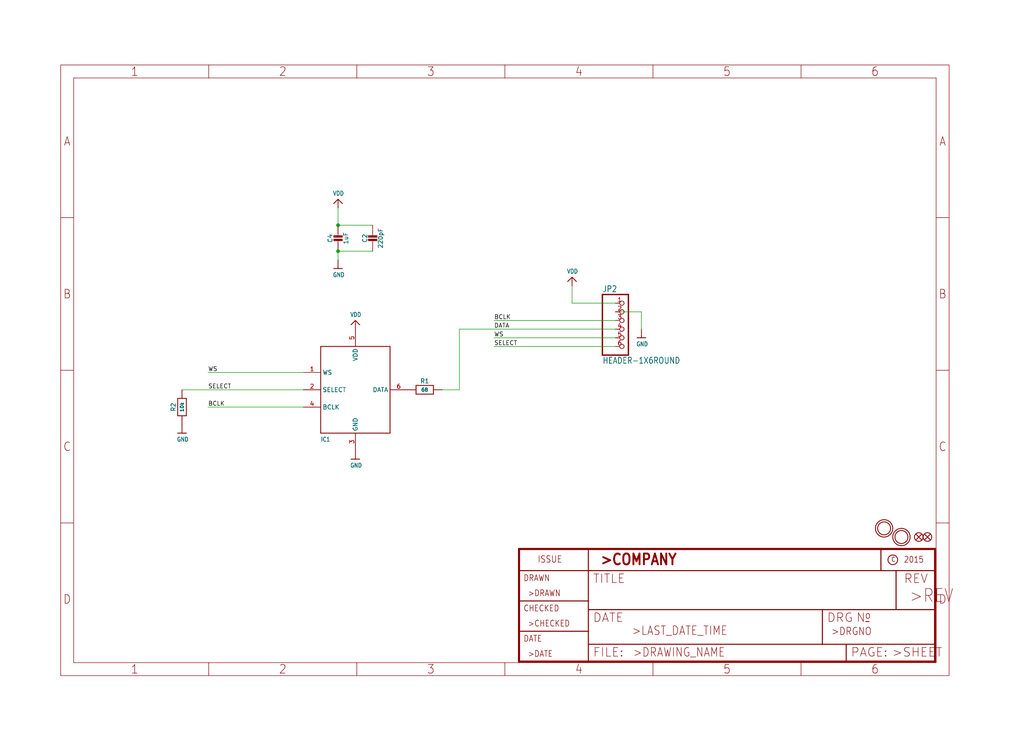
<source format=kicad_sch>
(kicad_sch (version 20211123) (generator eeschema)
  (paper "User" 300.076 217.881)
  (lib_symbols
    (symbol "eagleSchem-eagle-import:CAP_CERAMIC0805-NOOUTLINE"
      (property "Reference" "C" (at -2.29 1.25 90))
      (property "Value" "CAP_CERAMIC0805-NOOUTLINE" (at 2.3 1.25 90))
      (symbol "CAP_CERAMIC0805-NOOUTLINE_1_0"
        (rectangle (start -1.27 0.508) (end 1.27 1.016) (fill (type outline)))
        (rectangle (start -1.27 1.524) (end 1.27 2.032) (fill (type outline)))
        (polyline (pts (xy 0 0.762) (xy 0 0)) (stroke (width 0.1524)))
        (polyline (pts (xy 0 2.54) (xy 0 1.778)) (stroke (width 0.1524)))
        (pin passive line (at 0 5.08 270) (length 2.54) (name "1") (number "1"))
        (pin passive line (at 0 -2.54 90) (length 2.54) (name "2") (number "2"))
      )
    )
    (symbol "eagleSchem-eagle-import:FIDUCIAL_1MM"
      (symbol "FIDUCIAL_1MM_1_0"
        (polyline (pts (xy -0.762 0.762) (xy 0.762 -0.762)) (stroke (width 0.254)))
        (polyline (pts (xy 0.762 0.762) (xy -0.762 -0.762)) (stroke (width 0.254)))
        (circle (center 0 0) (radius 1.27) (stroke (width 0.254)))
      )
    )
    (symbol "eagleSchem-eagle-import:FRAME_A4"
      (symbol "FRAME_A4_1_0"
        (polyline (pts (xy 0 44.7675) (xy 3.81 44.7675)))
        (polyline (pts (xy 0 89.535) (xy 3.81 89.535)))
        (polyline (pts (xy 0 134.3025) (xy 3.81 134.3025)))
        (polyline (pts (xy 3.81 3.81) (xy 3.81 175.26)))
        (polyline (pts (xy 43.3917 0) (xy 43.3917 3.81)))
        (polyline (pts (xy 43.3917 175.26) (xy 43.3917 179.07)))
        (polyline (pts (xy 86.7833 0) (xy 86.7833 3.81)))
        (polyline (pts (xy 86.7833 175.26) (xy 86.7833 179.07)))
        (polyline (pts (xy 130.175 0) (xy 130.175 3.81)))
        (polyline (pts (xy 130.175 175.26) (xy 130.175 179.07)))
        (polyline (pts (xy 173.5667 0) (xy 173.5667 3.81)))
        (polyline (pts (xy 173.5667 175.26) (xy 173.5667 179.07)))
        (polyline (pts (xy 216.9583 0) (xy 216.9583 3.81)))
        (polyline (pts (xy 216.9583 175.26) (xy 216.9583 179.07)))
        (polyline (pts (xy 256.54 3.81) (xy 3.81 3.81)))
        (polyline (pts (xy 256.54 3.81) (xy 256.54 8.89)) (stroke (width 0.1016)))
        (polyline (pts (xy 256.54 3.81) (xy 256.54 175.26)))
        (polyline (pts (xy 256.54 8.89) (xy 256.54 13.97)) (stroke (width 0.1016)))
        (polyline (pts (xy 256.54 13.97) (xy 256.54 19.05)) (stroke (width 0.1016)))
        (polyline (pts (xy 256.54 19.05) (xy 256.54 36.83)) (stroke (width 0.1016)))
        (polyline (pts (xy 256.54 44.7675) (xy 260.35 44.7675)))
        (polyline (pts (xy 256.54 89.535) (xy 260.35 89.535)))
        (polyline (pts (xy 256.54 134.3025) (xy 260.35 134.3025)))
        (polyline (pts (xy 256.54 175.26) (xy 3.81 175.26)))
        (polyline (pts (xy 0 0) (xy 260.35 0) (xy 260.35 179.07) (xy 0 179.07) (xy 0 0)))
        (text "1" (at 21.6958 1.905 0) (effects (font (size 2.54 2.286))))
        (text "1" (at 21.6958 177.165 0) (effects (font (size 2.54 2.286))))
        (text "2" (at 65.0875 1.905 0) (effects (font (size 2.54 2.286))))
        (text "2" (at 65.0875 177.165 0) (effects (font (size 2.54 2.286))))
        (text "3" (at 108.4792 1.905 0) (effects (font (size 2.54 2.286))))
        (text "3" (at 108.4792 177.165 0) (effects (font (size 2.54 2.286))))
        (text "4" (at 151.8708 1.905 0) (effects (font (size 2.54 2.286))))
        (text "4" (at 151.8708 177.165 0) (effects (font (size 2.54 2.286))))
        (text "5" (at 195.2625 1.905 0) (effects (font (size 2.54 2.286))))
        (text "5" (at 195.2625 177.165 0) (effects (font (size 2.54 2.286))))
        (text "6" (at 238.6542 1.905 0) (effects (font (size 2.54 2.286))))
        (text "6" (at 238.6542 177.165 0) (effects (font (size 2.54 2.286))))
        (text "A" (at 1.905 156.6863 0) (effects (font (size 2.54 2.286))))
        (text "A" (at 258.445 156.6863 0) (effects (font (size 2.54 2.286))))
        (text "B" (at 1.905 111.9188 0) (effects (font (size 2.54 2.286))))
        (text "B" (at 258.445 111.9188 0) (effects (font (size 2.54 2.286))))
        (text "C" (at 1.905 67.1513 0) (effects (font (size 2.54 2.286))))
        (text "C" (at 258.445 67.1513 0) (effects (font (size 2.54 2.286))))
        (text "D" (at 1.905 22.3838 0) (effects (font (size 2.54 2.286))))
        (text "D" (at 258.445 22.3838 0) (effects (font (size 2.54 2.286))))
      )
      (symbol "FRAME_A4_2_0"
        (polyline (pts (xy -0.3048 1.5748) (xy 20.0152 1.5748)) (stroke (width 0.6096)))
        (polyline (pts (xy -0.3048 10.4648) (xy -0.3048 1.5748)) (stroke (width 0.6096)))
        (polyline (pts (xy -0.3048 10.4648) (xy 20.0152 10.4648)) (stroke (width 0.3048)))
        (polyline (pts (xy -0.3048 19.3548) (xy -0.3048 10.4648)) (stroke (width 0.6096)))
        (polyline (pts (xy -0.3048 19.3548) (xy 20.0152 19.3548)) (stroke (width 0.3048)))
        (polyline (pts (xy -0.3048 28.2448) (xy -0.3048 19.3548)) (stroke (width 0.6096)))
        (polyline (pts (xy -0.3048 28.2448) (xy 20.0152 28.2448)) (stroke (width 0.3048)))
        (polyline (pts (xy -0.3048 34.5948) (xy -0.3048 28.2448)) (stroke (width 0.6096)))
        (polyline (pts (xy 20.0152 1.5748) (xy 20.0152 6.6548)) (stroke (width 0.3048)))
        (polyline (pts (xy 20.0152 1.5748) (xy 95.5802 1.5748)) (stroke (width 0.6096)))
        (polyline (pts (xy 20.0152 6.6548) (xy 20.0152 10.4648)) (stroke (width 0.3048)))
        (polyline (pts (xy 20.0152 6.6548) (xy 88.5952 6.6548)) (stroke (width 0.3048)))
        (polyline (pts (xy 20.0152 10.4648) (xy 20.0152 16.8148)) (stroke (width 0.3048)))
        (polyline (pts (xy 20.0152 16.8148) (xy 20.0152 19.3548)) (stroke (width 0.3048)))
        (polyline (pts (xy 20.0152 19.3548) (xy 20.0152 28.2448)) (stroke (width 0.3048)))
        (polyline (pts (xy 20.0152 28.2448) (xy 20.0152 34.5948)) (stroke (width 0.3048)))
        (polyline (pts (xy 20.0152 28.2448) (xy 105.7402 28.2448)) (stroke (width 0.3048)))
        (polyline (pts (xy 20.0152 34.5948) (xy -0.3048 34.5948)) (stroke (width 0.6096)))
        (polyline (pts (xy 88.5952 6.6548) (xy 95.5802 6.6548)) (stroke (width 0.3048)))
        (polyline (pts (xy 88.5952 16.8148) (xy 20.0152 16.8148)) (stroke (width 0.3048)))
        (polyline (pts (xy 88.5952 16.8148) (xy 88.5952 6.6548)) (stroke (width 0.3048)))
        (polyline (pts (xy 95.5802 1.5748) (xy 121.6152 1.5748)) (stroke (width 0.6096)))
        (polyline (pts (xy 95.5802 6.6548) (xy 95.5802 1.5748)) (stroke (width 0.3048)))
        (polyline (pts (xy 95.5802 6.6548) (xy 121.6152 6.6548)) (stroke (width 0.3048)))
        (polyline (pts (xy 101.2952 13.3223) (xy 102.2477 13.3223)) (stroke (width 0.254)))
        (polyline (pts (xy 105.7402 28.2448) (xy 105.7402 34.5948)) (stroke (width 0.3048)))
        (polyline (pts (xy 105.7402 28.2448) (xy 110.1852 28.2448)) (stroke (width 0.3048)))
        (polyline (pts (xy 105.7402 34.5948) (xy 20.0152 34.5948)) (stroke (width 0.6096)))
        (polyline (pts (xy 110.1852 16.8148) (xy 88.5952 16.8148)) (stroke (width 0.3048)))
        (polyline (pts (xy 110.1852 28.2448) (xy 110.1852 16.8148)) (stroke (width 0.3048)))
        (polyline (pts (xy 110.1852 28.2448) (xy 121.6152 28.2448)) (stroke (width 0.3048)))
        (polyline (pts (xy 121.6152 6.6548) (xy 121.6152 1.5748)) (stroke (width 0.6096)))
        (polyline (pts (xy 121.6152 16.8148) (xy 110.1852 16.8148)) (stroke (width 0.3048)))
        (polyline (pts (xy 121.6152 16.8148) (xy 121.6152 6.6548)) (stroke (width 0.6096)))
        (polyline (pts (xy 121.6152 28.2448) (xy 121.6152 16.8148)) (stroke (width 0.6096)))
        (polyline (pts (xy 121.6152 34.5948) (xy 105.7402 34.5948)) (stroke (width 0.6096)))
        (polyline (pts (xy 121.6152 34.5948) (xy 121.6152 28.2448)) (stroke (width 0.6096)))
        (circle (center 109.2327 31.4198) (radius 1.4199) (stroke (width 0.254)))
        (text "2015" (at 112.4077 30.4673 0) (effects (font (size 1.778 1.5113)) (justify left bottom)))
        (text ">CHECKED" (at 2.2352 11.7348 0) (effects (font (size 1.778 1.5113)) (justify left bottom)))
        (text ">COMPANY" (at 23.349 29.6735 0) (effects (font (size 3.175 2.6987) (thickness 0.5397) bold) (justify left bottom)))
        (text ">DATE" (at 2.2352 2.8448 0) (effects (font (size 1.778 1.5113)) (justify left bottom)))
        (text ">DRAWING_NAME" (at 33.0327 2.8448 0) (effects (font (size 2.54 2.159)) (justify left bottom)))
        (text ">DRAWN" (at 2.2352 20.6248 0) (effects (font (size 1.778 1.5113)) (justify left bottom)))
        (text ">DRGNO" (at 91.1352 9.1948 0) (effects (font (size 2.1844 1.8567)) (justify left bottom)))
        (text ">LAST_DATE_TIME" (at 32.7152 9.1948 0) (effects (font (size 2.54 2.159)) (justify left bottom)))
        (text ">REV" (at 113.9952 18.7198 0) (effects (font (size 3.81 3.2385)) (justify left bottom)))
        (text ">SHEET" (at 108.9152 2.8448 0) (effects (font (size 2.54 2.54)) (justify left bottom)))
        (text "C" (at 108.7564 30.7848 0) (effects (font (size 1.27 1.0795)) (justify left bottom)))
        (text "CHECKED" (at 0.9652 16.1798 0) (effects (font (size 1.778 1.5113)) (justify left bottom)))
        (text "DATE" (at 0.9652 7.2898 0) (effects (font (size 1.778 1.5113)) (justify left bottom)))
        (text "DATE" (at 21.2852 13.0048 0) (effects (font (size 2.54 2.54)) (justify left bottom)))
        (text "DRAWN" (at 0.9652 25.0698 0) (effects (font (size 1.778 1.5113)) (justify left bottom)))
        (text "DRG" (at 89.8652 13.0048 0) (effects (font (size 2.54 2.54)) (justify left bottom)))
        (text "FILE:" (at 21.2852 2.8448 0) (effects (font (size 2.54 2.54)) (justify left bottom)))
        (text "ISSUE" (at 5.0927 30.4673 0) (effects (font (size 1.9304 1.6408)) (justify left bottom)))
        (text "N" (at 98.4377 13.0048 0) (effects (font (size 2.54 2.54)) (justify left bottom)))
        (text "o" (at 100.9777 13.9573 0) (effects (font (size 2.1844 1.8567)) (justify left bottom)))
        (text "PAGE:" (at 96.8502 2.8448 0) (effects (font (size 2.54 2.54)) (justify left bottom)))
        (text "REV" (at 112.4077 24.4348 0) (effects (font (size 2.54 2.54)) (justify left bottom)))
        (text "TITLE" (at 21.2852 24.4348 0) (effects (font (size 2.54 2.54)) (justify left bottom)))
      )
    )
    (symbol "eagleSchem-eagle-import:GND" (power)
      (property "Value" "GND" (at -1.524 -2.54 0))
      (symbol "GND_1_0"
        (polyline (pts (xy -1.27 0) (xy 1.27 0)) (stroke (width 0.254)))
        (pin power_in line (at 0 2.54 270) (length 2.54) (name "GND") (number "1"))
      )
    )
    (symbol "eagleSchem-eagle-import:HEADER-1X6ROUND"
      (property "Reference" "JP" (at -6.35 10.795 0))
      (property "Value" "HEADER-1X6ROUND" (at -6.35 -10.16 0))
      (symbol "HEADER-1X6ROUND_1_0"
        (polyline (pts (xy -6.35 -7.62) (xy 1.27 -7.62)) (stroke (width 0.4064)))
        (polyline (pts (xy -6.35 10.16) (xy -6.35 -7.62)) (stroke (width 0.4064)))
        (polyline (pts (xy 1.27 -7.62) (xy 1.27 10.16)) (stroke (width 0.4064)))
        (polyline (pts (xy 1.27 10.16) (xy -6.35 10.16)) (stroke (width 0.4064)))
        (pin passive inverted (at -2.54 7.62 0) (length 2.54) (name "1") (number "1"))
        (pin passive inverted (at -2.54 5.08 0) (length 2.54) (name "2") (number "2"))
        (pin passive inverted (at -2.54 2.54 0) (length 2.54) (name "3") (number "3"))
        (pin passive inverted (at -2.54 0 0) (length 2.54) (name "4") (number "4"))
        (pin passive inverted (at -2.54 -2.54 0) (length 2.54) (name "5") (number "5"))
        (pin passive inverted (at -2.54 -5.08 0) (length 2.54) (name "6") (number "6"))
      )
    )
    (symbol "eagleSchem-eagle-import:MIC_I2S_SPH0645"
      (property "Reference" "IC" (at -10.16 -15.24 0))
      (symbol "MIC_I2S_SPH0645_1_0"
        (polyline (pts (xy -10.16 -12.7) (xy -10.16 12.7)) (stroke (width 0.254)))
        (polyline (pts (xy -10.16 12.7) (xy 10.16 12.7)) (stroke (width 0.254)))
        (polyline (pts (xy 10.16 -12.7) (xy -10.16 -12.7)) (stroke (width 0.254)))
        (polyline (pts (xy 10.16 12.7) (xy 10.16 -12.7)) (stroke (width 0.254)))
        (pin input line (at -15.24 5.08 0) (length 5.08) (name "WS") (number "1"))
        (pin input line (at -15.24 0 0) (length 5.08) (name "SELECT") (number "2"))
        (pin power_in line (at 0 -17.78 90) (length 5.08) (name "GND") (number "3"))
        (pin input line (at -15.24 -5.08 0) (length 5.08) (name "BCLK") (number "4"))
        (pin power_in line (at 0 17.78 270) (length 5.08) (name "VDD") (number "5"))
        (pin output line (at 15.24 0 180) (length 5.08) (name "DATA") (number "6"))
      )
    )
    (symbol "eagleSchem-eagle-import:MOUNTINGHOLE2.5"
      (symbol "MOUNTINGHOLE2.5_1_0"
        (circle (center 0 0) (radius 1.905) (stroke (width 0.254)))
        (circle (center 0 0) (radius 2.54) (stroke (width 0.254)))
      )
    )
    (symbol "eagleSchem-eagle-import:RESISTOR_0603_NOOUT"
      (property "Reference" "R" (at 0 2.54 0))
      (property "Value" "RESISTOR_0603_NOOUT" (at 0 0 0))
      (symbol "RESISTOR_0603_NOOUT_1_0"
        (polyline (pts (xy -2.54 -1.27) (xy -2.54 1.27)) (stroke (width 0.254)))
        (polyline (pts (xy -2.54 1.27) (xy 2.54 1.27)) (stroke (width 0.254)))
        (polyline (pts (xy 2.54 -1.27) (xy -2.54 -1.27)) (stroke (width 0.254)))
        (polyline (pts (xy 2.54 1.27) (xy 2.54 -1.27)) (stroke (width 0.254)))
        (pin passive line (at -5.08 0 0) (length 2.54) (name "1") (number "1"))
        (pin passive line (at 5.08 0 180) (length 2.54) (name "2") (number "2"))
      )
    )
    (symbol "eagleSchem-eagle-import:VDD" (power)
      (property "Value" "VDD" (at -1.524 1.016 0))
      (symbol "VDD_1_0"
        (polyline (pts (xy -1.27 -1.27) (xy 0 0)) (stroke (width 0.254)))
        (polyline (pts (xy 0 0) (xy 1.27 -1.27)) (stroke (width 0.254)))
        (pin power_in line (at 0 -2.54 90) (length 2.54) (name "VDD") (number "1"))
      )
    )
  )
  (junction (at 99.06 73.66))
  (junction (at 99.06 66.04))
  (wire (pts (xy 88.9 109.22) (xy 60.96 109.22)))
  (wire (pts (xy 180.34 93.98) (xy 144.78 93.98)))
  (wire (pts (xy 99.06 73.66) (xy 109.22 73.66)))
  (wire (pts (xy 167.64 88.9) (xy 180.34 88.9)))
  (wire (pts (xy 109.22 66.04) (xy 99.06 66.04)))
  (wire (pts (xy 60.96 119.38) (xy 88.9 119.38)))
  (wire (pts (xy 180.34 96.52) (xy 134.62 96.52)))
  (wire (pts (xy 88.9 114.3) (xy 53.34 114.3)))
  (wire (pts (xy 99.06 73.66) (xy 99.06 76.2)))
  (wire (pts (xy 144.78 99.06) (xy 180.34 99.06)))
  (wire (pts (xy 134.62 114.3) (xy 134.62 96.52)))
  (wire (pts (xy 180.34 91.44) (xy 187.96 91.44)))
  (wire (pts (xy 99.06 60.96) (xy 99.06 66.04)))
  (wire (pts (xy 180.34 101.6) (xy 144.78 101.6)))
  (wire (pts (xy 167.64 88.9) (xy 167.64 83.82)))
  (wire (pts (xy 129.54 114.3) (xy 134.62 114.3)))
  (wire (pts (xy 187.96 91.44) (xy 187.96 96.52)))
  (label "SELECT" (at 60.96 114.3 0) (effects (font (size 1.2446 1.2446))))
  (label "WS" (at 60.96 109.22 0) (effects (font (size 1.2446 1.2446))))
  (label "BCLK" (at 60.96 119.38 0) (effects (font (size 1.2446 1.2446))))
  (label "BCLK" (at 144.78 93.98 0) (effects (font (size 1.2446 1.2446))))
  (label "DATA" (at 144.78 96.52 0) (effects (font (size 1.2446 1.2446))))
  (label "SELECT" (at 144.78 101.6 0) (effects (font (size 1.2446 1.2446))))
  (label "WS" (at 144.78 99.06 0) (effects (font (size 1.2446 1.2446))))
  (symbol (lib_id "eagleSchem-eagle-import:MOUNTINGHOLE2.5") (at 264.16 157.48 0) (unit 1)
    (property "Reference" "U$12" (effects hide))
    (property "Value" "MOUNTINGHOLE2.5" (effects hide))
    (property "Footprint" "eagleSchem:MOUNTINGHOLE_2.5_PLATED" (effects hide))
  )
  (symbol (lib_id "eagleSchem-eagle-import:CAP_CERAMIC0805-NOOUTLINE") (at 109.22 71.12 0) (unit 1)
    (property "Reference" "C2" (at 106.93 69.87 90))
    (property "Value" "220pF" (at 111.52 69.87 90))
    (property "Footprint" "eagleSchem:0805-NO" (effects hide))
  )
  (symbol (lib_id "eagleSchem-eagle-import:FIDUCIAL_1MM") (at 269.24 157.48 0) (unit 1)
    (property "Reference" "FID2" (effects hide))
    (property "Value" "FIDUCIAL_1MM" (effects hide))
    (property "Footprint" "eagleSchem:FIDUCIAL_1MM" (effects hide))
  )
  (symbol (lib_id "eagleSchem-eagle-import:RESISTOR_0603_NOOUT") (at 124.46 114.3 0) (unit 1)
    (property "Reference" "R1" (at 124.46 111.76 0))
    (property "Value" "68" (at 124.46 114.3 0) (effects (font (size 1.016 1.016) bold)))
    (property "Footprint" "eagleSchem:0603-NO" (effects hide))
  )
  (symbol (lib_id "eagleSchem-eagle-import:GND") (at 99.06 78.74 0) (unit 1)
    (property "Reference" "#U$7" (effects hide))
    (property "Value" "GND" (at 97.536 81.28 0) (effects (font (size 1.27 1.0795)) (justify left bottom)))
    (property "Footprint" "eagleSchem:" (effects hide))
  )
  (symbol (lib_id "eagleSchem-eagle-import:VDD") (at 99.06 58.42 0) (unit 1)
    (property "Reference" "#U$8" (effects hide))
    (property "Value" "VDD" (at 97.536 57.404 0) (effects (font (size 1.27 1.0795)) (justify left bottom)))
    (property "Footprint" "eagleSchem:" (effects hide))
  )
  (symbol (lib_id "eagleSchem-eagle-import:FRAME_A4") (at 17.78 198.12 0) (unit 1)
    (property "Reference" "#FRAME1" (effects hide))
    (property "Value" "FRAME_A4" (effects hide))
    (property "Footprint" "eagleSchem:" (effects hide))
  )
  (symbol (lib_id "eagleSchem-eagle-import:GND") (at 104.14 134.62 0) (unit 1)
    (property "Reference" "#U$1" (effects hide))
    (property "Value" "GND" (at 102.616 137.16 0) (effects (font (size 1.27 1.0795)) (justify left bottom)))
    (property "Footprint" "eagleSchem:" (effects hide))
  )
  (symbol (lib_id "eagleSchem-eagle-import:FIDUCIAL_1MM") (at 271.78 157.48 0) (unit 1)
    (property "Reference" "FID1" (effects hide))
    (property "Value" "FIDUCIAL_1MM" (effects hide))
    (property "Footprint" "eagleSchem:FIDUCIAL_1MM" (effects hide))
  )
  (symbol (lib_id "eagleSchem-eagle-import:CAP_CERAMIC0805-NOOUTLINE") (at 99.06 71.12 0) (unit 1)
    (property "Reference" "C4" (at 96.77 69.87 90))
    (property "Value" "1uF" (at 101.36 69.87 90))
    (property "Footprint" "eagleSchem:0805-NO" (effects hide))
  )
  (symbol (lib_id "eagleSchem-eagle-import:MIC_I2S_SPH0645") (at 104.14 114.3 0) (unit 1)
    (property "Reference" "IC1" (at 93.98 129.54 0) (effects (font (size 1.27 1.0795)) (justify left bottom)))
    (property "Value" "MIC_I2S_SPH0645" (effects hide))
    (property "Footprint" "eagleSchem:SPH0645LM4H" (effects hide))
  )
  (symbol (lib_id "eagleSchem-eagle-import:VDD") (at 167.64 81.28 0) (unit 1)
    (property "Reference" "#U$3" (effects hide))
    (property "Value" "VDD" (at 166.116 80.264 0) (effects (font (size 1.27 1.0795)) (justify left bottom)))
    (property "Footprint" "eagleSchem:" (effects hide))
  )
  (symbol (lib_id "eagleSchem-eagle-import:HEADER-1X6ROUND") (at 182.88 96.52 0) (unit 1)
    (property "Reference" "JP2" (at 176.53 85.725 0) (effects (font (size 1.778 1.5113)) (justify left bottom)))
    (property "Value" "HEADER-1X6ROUND" (at 176.53 106.68 0) (effects (font (size 1.778 1.5113)) (justify left bottom)))
    (property "Footprint" "eagleSchem:1X06_ROUND" (effects hide))
  )
  (symbol (lib_id "eagleSchem-eagle-import:GND") (at 187.96 99.06 0) (unit 1)
    (property "Reference" "#U$4" (effects hide))
    (property "Value" "GND" (at 186.436 101.6 0) (effects (font (size 1.27 1.0795)) (justify left bottom)))
    (property "Footprint" "eagleSchem:" (effects hide))
  )
  (symbol (lib_id "eagleSchem-eagle-import:RESISTOR_0603_NOOUT") (at 53.34 119.38 90) (unit 1)
    (property "Reference" "R2" (at 50.8 119.38 0))
    (property "Value" "10k" (at 53.34 119.38 0) (effects (font (size 1.016 1.016) bold)))
    (property "Footprint" "eagleSchem:0603-NO" (effects hide))
  )
  (symbol (lib_id "eagleSchem-eagle-import:MOUNTINGHOLE2.5") (at 259.08 154.94 0) (unit 1)
    (property "Reference" "U$6" (effects hide))
    (property "Value" "MOUNTINGHOLE2.5" (effects hide))
    (property "Footprint" "eagleSchem:MOUNTINGHOLE_2.5_PLATED" (effects hide))
  )
  (symbol (lib_id "eagleSchem-eagle-import:VDD") (at 104.14 93.98 0) (unit 1)
    (property "Reference" "#U$2" (effects hide))
    (property "Value" "VDD" (at 102.616 92.964 0) (effects (font (size 1.27 1.0795)) (justify left bottom)))
    (property "Footprint" "eagleSchem:" (effects hide))
  )
  (symbol (lib_id "eagleSchem-eagle-import:FRAME_A4") (at 152.4 195.58 0) (unit 2)
    (property "Reference" "#FRAME1" (effects hide))
    (property "Value" "FRAME_A4" (effects hide))
    (property "Footprint" "eagleSchem:" (effects hide))
  )
  (symbol (lib_id "eagleSchem-eagle-import:GND") (at 53.34 127 0) (unit 1)
    (property "Reference" "#U$9" (effects hide))
    (property "Value" "GND" (at 51.816 129.54 0) (effects (font (size 1.27 1.0795)) (justify left bottom)))
    (property "Footprint" "eagleSchem:" (effects hide))
  )
)
</source>
